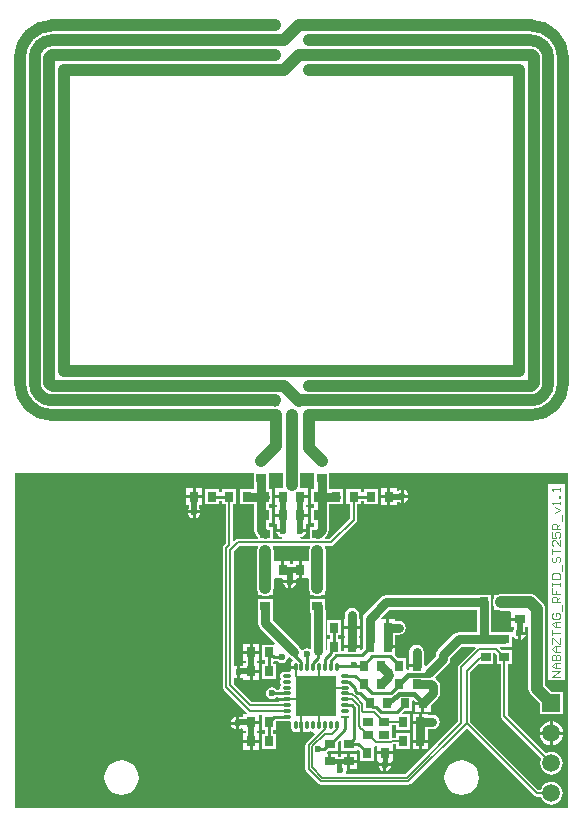
<source format=gtl>
G04*
G04 #@! TF.GenerationSoftware,Altium Limited,Altium Designer,21.3.2 (30)*
G04*
G04 Layer_Physical_Order=1*
G04 Layer_Color=255*
%FSLAX44Y44*%
%MOMM*%
G71*
G04*
G04 #@! TF.SameCoordinates,C0BB7E1C-5EEE-4355-A842-C900462BBBA7*
G04*
G04*
G04 #@! TF.FilePolarity,Positive*
G04*
G01*
G75*
%ADD10R,3.4500X3.4500*%
%ADD11O,0.2800X0.8000*%
%ADD12O,0.8000X0.2800*%
%ADD13R,0.8000X0.2800*%
%ADD14R,0.9000X0.8000*%
%ADD15R,0.8000X0.9000*%
%ADD16R,1.0000X1.0000*%
%ADD34C,1.0000*%
%ADD35C,0.5000*%
%ADD36C,0.1500*%
%ADD37C,0.2800*%
%ADD38C,0.8000*%
%ADD39C,0.2500*%
%ADD40C,0.2000*%
%ADD41C,0.4000*%
%ADD42C,0.7620*%
%ADD43C,0.1000*%
%ADD44C,1.5000*%
%ADD45R,1.5000X1.5000*%
%ADD46C,1.0000*%
%ADD47C,0.6600*%
%ADD48C,0.6000*%
G36*
X258900Y279500D02*
X259282D01*
Y276500D01*
X256400D01*
Y263500D01*
X259282D01*
Y260500D01*
X256400D01*
Y247500D01*
X259282D01*
Y244500D01*
X255400D01*
Y234359D01*
X247620D01*
X247495Y235629D01*
X249088Y235946D01*
X250920Y237170D01*
X252144Y239002D01*
X252322Y239894D01*
X246926D01*
Y242434D01*
X252322D01*
X252144Y243326D01*
X251988Y243560D01*
Y246960D01*
X253940D01*
Y252730D01*
X247400D01*
Y255270D01*
X253940D01*
Y261040D01*
X251988D01*
Y262960D01*
X253940D01*
Y268730D01*
X247400D01*
Y271270D01*
X253940D01*
Y277040D01*
X248009D01*
X247104Y278310D01*
X247260Y279500D01*
X247060Y281019D01*
Y290000D01*
X258900D01*
Y279500D01*
D02*
G37*
G36*
X232939Y279700D02*
X233123Y278310D01*
X232306Y277040D01*
X225760D01*
Y271270D01*
X232300D01*
Y268730D01*
X225760D01*
Y262960D01*
X227712D01*
Y261040D01*
X225760D01*
Y255270D01*
X232300D01*
Y252730D01*
X225760D01*
Y246960D01*
X227712D01*
Y243996D01*
X227271Y243337D01*
X227094Y242445D01*
X232490D01*
Y239905D01*
X227094D01*
X227271Y239013D01*
X228496Y237181D01*
X230328Y235956D01*
X231975Y235629D01*
X231850Y234359D01*
X224300D01*
Y244500D01*
X220518D01*
Y247500D01*
X223300D01*
Y260500D01*
X220518D01*
Y263500D01*
X223300D01*
Y269409D01*
X223417Y270000D01*
X223300Y270591D01*
Y276500D01*
X220518D01*
Y279500D01*
X220900D01*
Y290000D01*
X232939D01*
Y279700D01*
D02*
G37*
G36*
X473941Y6059D02*
X6059D01*
X6059Y290000D01*
X207900D01*
Y279500D01*
X208282D01*
Y276500D01*
X196300D01*
Y270591D01*
X196182Y270000D01*
X196300Y269409D01*
Y263500D01*
X208282D01*
Y241400D01*
X208748Y239059D01*
X210074Y237074D01*
X211300Y235848D01*
Y234359D01*
X194400D01*
X193230Y234126D01*
X192237Y233463D01*
X192237Y233463D01*
X191532Y232758D01*
X190359Y233244D01*
Y263500D01*
X193300D01*
Y276500D01*
X181300D01*
Y273466D01*
X178400D01*
Y276500D01*
X166400D01*
Y263500D01*
X178400D01*
Y266533D01*
X181300D01*
Y263500D01*
X184241D01*
Y230417D01*
X182417Y228593D01*
X181754Y227600D01*
X181521Y226430D01*
X181521Y226430D01*
Y108770D01*
X181521Y108770D01*
X181754Y107600D01*
X182417Y106607D01*
X201915Y87110D01*
X201388Y85840D01*
X199160D01*
Y83388D01*
X196528D01*
X196467Y83429D01*
X195575Y83606D01*
Y78211D01*
Y72815D01*
X196467Y72992D01*
X197890Y73943D01*
X199160Y73398D01*
Y71760D01*
X201112D01*
Y69840D01*
X199160D01*
Y64070D01*
X205700D01*
X212240D01*
Y69840D01*
X210288D01*
Y71760D01*
X212240D01*
Y77530D01*
X205700D01*
Y80070D01*
X212240D01*
Y85241D01*
X214700D01*
Y72300D01*
X217233D01*
Y69300D01*
X214700D01*
Y56300D01*
X226700D01*
Y69300D01*
X224167D01*
Y72300D01*
X226700D01*
Y79833D01*
X238724D01*
X239306Y79481D01*
X239481Y79306D01*
X239833Y78724D01*
Y73700D01*
X240097Y72373D01*
X240849Y71249D01*
X241973Y70497D01*
X243300Y70233D01*
X244627Y70497D01*
X245370Y70994D01*
X245459Y70859D01*
X246763Y69989D01*
X247030Y69935D01*
Y76300D01*
X249570D01*
Y69935D01*
X249837Y69989D01*
X251141Y70859D01*
X251230Y70994D01*
X251973Y70497D01*
X253300Y70233D01*
X254627Y70497D01*
X255751Y71249D01*
X255849D01*
X256973Y70497D01*
X258300Y70233D01*
X259681Y69213D01*
X259718Y68921D01*
X252467Y61671D01*
X251860Y60761D01*
X251646Y59688D01*
Y39350D01*
X251860Y38277D01*
X252467Y37367D01*
X262855Y26980D01*
X263764Y26372D01*
X264837Y26159D01*
X338720D01*
X339793Y26372D01*
X340703Y26980D01*
X388100Y74377D01*
X445659Y16817D01*
X446569Y16210D01*
X447642Y15996D01*
X450879D01*
X451702Y14009D01*
X453224Y12025D01*
X455209Y10502D01*
X457520Y9545D01*
X460000Y9218D01*
X462480Y9545D01*
X464791Y10502D01*
X466775Y12025D01*
X468298Y14009D01*
X469255Y16320D01*
X469582Y18800D01*
X469255Y21280D01*
X468298Y23591D01*
X466775Y25575D01*
X464791Y27098D01*
X462480Y28055D01*
X460000Y28382D01*
X457520Y28055D01*
X455209Y27098D01*
X453224Y25575D01*
X451702Y23591D01*
X450879Y21604D01*
X448803D01*
X390904Y79503D01*
Y120739D01*
X398165Y128000D01*
X410700D01*
Y137579D01*
X411970Y137765D01*
X413700Y136035D01*
Y128000D01*
X417396D01*
Y84000D01*
X417610Y82927D01*
X418217Y82017D01*
X451568Y48667D01*
X450745Y46680D01*
X450418Y44200D01*
X450745Y41720D01*
X451702Y39409D01*
X453224Y37424D01*
X455209Y35902D01*
X457520Y34945D01*
X460000Y34618D01*
X462480Y34945D01*
X464791Y35902D01*
X466775Y37424D01*
X468298Y39409D01*
X469255Y41720D01*
X469582Y44200D01*
X469255Y46680D01*
X468298Y48991D01*
X466775Y50975D01*
X464791Y52498D01*
X462480Y53455D01*
X460000Y53782D01*
X457520Y53455D01*
X455533Y52632D01*
X423004Y85161D01*
Y128000D01*
X426700D01*
Y140000D01*
X417665D01*
X416053Y141613D01*
X416579Y142882D01*
X420200D01*
X420791Y143000D01*
X426700D01*
Y151022D01*
X427970Y151407D01*
X428706Y150306D01*
X430538Y149081D01*
X431430Y148904D01*
Y154300D01*
X432700D01*
Y155570D01*
X438096D01*
X437919Y156462D01*
X437788Y156657D01*
Y159360D01*
X440240D01*
X440540Y158214D01*
Y107400D01*
X440780Y105573D01*
X441485Y103870D01*
X442607Y102408D01*
X450500Y94515D01*
Y85500D01*
X469500D01*
Y104500D01*
X460485D01*
X454660Y110324D01*
Y174542D01*
X454420Y176369D01*
X453714Y178072D01*
X452592Y179535D01*
X446735Y185392D01*
X445272Y186514D01*
X443569Y187220D01*
X441742Y187460D01*
X417700D01*
X415873Y187220D01*
X415101Y186900D01*
X411700D01*
Y184079D01*
X411586Y183930D01*
X410880Y182227D01*
X410640Y180400D01*
X410880Y178573D01*
X411586Y176870D01*
X411700Y176721D01*
Y173900D01*
X415101D01*
X415873Y173580D01*
X417700Y173340D01*
X425266D01*
X426160Y172440D01*
Y167170D01*
X433200D01*
Y164630D01*
X426160D01*
Y159360D01*
X428306D01*
X428569Y158090D01*
X427481Y156462D01*
X427387Y155985D01*
X426700Y155000D01*
X425896Y155000D01*
X420791D01*
X420200Y155118D01*
X408817D01*
Y180400D01*
X408700Y180991D01*
Y186900D01*
X396700D01*
Y186518D01*
X319900D01*
X317559Y186052D01*
X315574Y184726D01*
X301874Y171026D01*
X300548Y169041D01*
X300082Y166700D01*
Y158900D01*
Y147400D01*
X300200Y146809D01*
Y141302D01*
X299010Y140112D01*
X297740Y140639D01*
Y141630D01*
X291200D01*
X284660D01*
Y138967D01*
X282200D01*
Y149400D01*
X279667D01*
Y152400D01*
X282200D01*
Y165400D01*
X270200D01*
Y152400D01*
X272733D01*
Y149400D01*
X270200D01*
Y140635D01*
X270133Y140300D01*
Y139799D01*
X269988Y139700D01*
X268717Y140373D01*
Y173957D01*
X268517Y174963D01*
Y177500D01*
X268400Y178091D01*
Y183500D01*
X262991D01*
X262400Y183617D01*
X261900D01*
X261309Y183500D01*
X255400D01*
Y171500D01*
X256483D01*
Y141567D01*
X255362Y140969D01*
X255151Y141110D01*
X253200Y141498D01*
X251249Y141110D01*
X249595Y140005D01*
X249394Y139703D01*
X248045Y139971D01*
X247952Y140441D01*
X246626Y142426D01*
X223918Y165134D01*
Y171500D01*
X224300D01*
Y183500D01*
X218391D01*
X217800Y183617D01*
X217209Y183500D01*
X211300D01*
Y171500D01*
X211682D01*
Y162600D01*
X212148Y160259D01*
X213474Y158274D01*
X225979Y145770D01*
X225452Y144500D01*
X214800D01*
Y131500D01*
X217333D01*
Y128500D01*
X214800D01*
Y115500D01*
X226800D01*
Y128500D01*
X224267D01*
Y129732D01*
X225000Y130333D01*
X228337D01*
X229749Y129390D01*
X231700Y129002D01*
X233651Y129390D01*
X235305Y130495D01*
X236410Y132149D01*
X236641Y133311D01*
X237974Y133774D01*
X239959Y132448D01*
X240552Y132330D01*
X240758Y132012D01*
X240645Y130864D01*
X240459Y130741D01*
X239589Y129437D01*
X239283Y127900D01*
Y126570D01*
X243300D01*
Y124030D01*
X239283D01*
Y122985D01*
X239161Y122598D01*
X238174Y121767D01*
X233700D01*
X232373Y121503D01*
X231249Y120751D01*
X230497Y119627D01*
X230233Y118300D01*
X230497Y116973D01*
X231249Y115849D01*
Y115751D01*
X230497Y114627D01*
X230233Y113300D01*
X230497Y111973D01*
X231249Y110849D01*
Y110751D01*
X230497Y109627D01*
X230233Y108300D01*
X230316Y107884D01*
X229326Y106614D01*
X227200D01*
X226805Y107205D01*
X225151Y108310D01*
X223200Y108698D01*
X221249Y108310D01*
X219595Y107205D01*
X218490Y105551D01*
X218102Y103600D01*
X218490Y101649D01*
X219595Y99995D01*
X221249Y98890D01*
X223200Y98502D01*
X225151Y98890D01*
X226791Y99986D01*
X228723D01*
X229065Y99570D01*
X236300D01*
Y97030D01*
X229359D01*
X228847Y96359D01*
X206267D01*
X191139Y111487D01*
Y116026D01*
X192409Y116705D01*
X192997Y116312D01*
X193889Y116134D01*
Y121530D01*
Y126926D01*
X192997Y126749D01*
X192409Y126356D01*
X191139Y127035D01*
Y223713D01*
X195667Y228241D01*
X211300D01*
Y226099D01*
X210980Y225327D01*
X210739Y223500D01*
X210740Y223499D01*
Y192500D01*
X210980Y190673D01*
X211300Y189900D01*
Y186500D01*
X214121D01*
X214270Y186385D01*
X215973Y185680D01*
X217800Y185440D01*
X219627Y185680D01*
X221330Y186385D01*
X221479Y186500D01*
X224300D01*
Y189900D01*
X224620Y190673D01*
X224860Y192500D01*
Y200066D01*
X225760Y200960D01*
X226130Y200960D01*
X232279D01*
X233080Y199690D01*
X233004Y199307D01*
X243796D01*
X243720Y199690D01*
X244521Y200960D01*
X246130D01*
Y208000D01*
Y215040D01*
X240860D01*
Y212588D01*
X238840D01*
Y215040D01*
X233570D01*
Y208000D01*
X231030D01*
Y215040D01*
X226130D01*
X225760Y215040D01*
X224860Y215934D01*
Y223500D01*
X224620Y225327D01*
X224300Y226099D01*
Y228241D01*
X255400D01*
Y226099D01*
X255080Y225327D01*
X254839Y223500D01*
Y215934D01*
X253940Y215040D01*
X253570Y215040D01*
X248670D01*
Y208000D01*
Y200960D01*
X253570D01*
X253940Y200960D01*
X254839Y200066D01*
Y192500D01*
X255080Y190673D01*
X255400Y189900D01*
Y186500D01*
X258221D01*
X258370Y186385D01*
X260073Y185680D01*
X261900Y185440D01*
X263727Y185680D01*
X265430Y186385D01*
X265579Y186500D01*
X268400D01*
Y189900D01*
X268720Y190673D01*
X268960Y192500D01*
Y223500D01*
X268720Y225327D01*
X268400Y226099D01*
Y228241D01*
X273400D01*
X273400Y228241D01*
X274571Y228474D01*
X275563Y229137D01*
X294563Y248137D01*
X294563Y248137D01*
X295226Y249129D01*
X295459Y250300D01*
X295459Y250300D01*
Y263500D01*
X298400D01*
Y266533D01*
X301300D01*
Y263500D01*
X313300D01*
Y276500D01*
X301300D01*
Y273466D01*
X298400D01*
Y276500D01*
X286400D01*
Y263500D01*
X289341D01*
Y251567D01*
X272133Y234359D01*
X268400D01*
Y235848D01*
X269726Y237174D01*
X271052Y239159D01*
X271518Y241500D01*
Y263500D01*
X283400D01*
Y269409D01*
X283517Y270000D01*
X283400Y270591D01*
Y276500D01*
X271518D01*
Y279500D01*
X271900D01*
Y290000D01*
X473941D01*
X473941Y6059D01*
D02*
G37*
G36*
X396582Y155118D02*
X381300D01*
X378959Y154652D01*
X376974Y153326D01*
X363794Y140145D01*
X362468Y138161D01*
X362002Y135820D01*
Y134853D01*
X353613Y126465D01*
X352440Y126951D01*
Y133940D01*
X352018D01*
Y138500D01*
X351552Y140841D01*
X350226Y142826D01*
X350126Y142926D01*
X348141Y144252D01*
X345800Y144718D01*
X343459Y144252D01*
X341474Y142926D01*
X340148Y140941D01*
X339683Y138600D01*
X339782Y138097D01*
Y133940D01*
X339360D01*
Y128170D01*
X345900D01*
Y125630D01*
X339360D01*
Y123748D01*
X338400Y122978D01*
X338170Y122933D01*
X336900Y123975D01*
Y133400D01*
X329803D01*
X328348Y134854D01*
X327740Y135860D01*
X327740D01*
X327740Y135860D01*
Y141630D01*
X321200D01*
Y144170D01*
X327740D01*
Y149940D01*
X327318D01*
Y151860D01*
X327740D01*
Y152782D01*
X330500D01*
X332841Y153248D01*
X334826Y154574D01*
X336152Y156559D01*
X336618Y158900D01*
X336152Y161241D01*
X334826Y163226D01*
X332841Y164552D01*
X330500Y165018D01*
X327740D01*
Y165940D01*
X322470D01*
Y158900D01*
X319930D01*
Y165940D01*
X315888D01*
X315361Y167210D01*
X322434Y174282D01*
X396582D01*
Y155118D01*
D02*
G37*
G36*
X395793Y141613D02*
X381717Y127536D01*
X381110Y126627D01*
X380896Y125554D01*
Y79346D01*
X336316Y34766D01*
X286682D01*
X286162Y35740D01*
X286138Y36036D01*
X286549Y38100D01*
X286513Y38278D01*
X287230Y39152D01*
Y45800D01*
X288500D01*
D01*
X287230D01*
Y52340D01*
X281460D01*
Y49878D01*
X279540D01*
Y52340D01*
X273770D01*
Y45800D01*
X271230D01*
Y52340D01*
X270178D01*
X269830Y52955D01*
X269713Y53610D01*
X270903Y54800D01*
X279000D01*
Y61898D01*
X280827Y63724D01*
X282000Y63238D01*
Y54800D01*
X295000D01*
Y55701D01*
X296270Y56227D01*
X298000Y54497D01*
Y46400D01*
X310000D01*
Y58300D01*
X311190Y59296D01*
X312460Y59128D01*
Y54170D01*
X319000D01*
X325540D01*
Y59917D01*
X325915Y60167D01*
X325943Y60196D01*
X328000D01*
Y56500D01*
X340000D01*
Y69500D01*
X328000D01*
Y65804D01*
X325000D01*
Y76196D01*
X328000D01*
Y72500D01*
X340000D01*
Y85500D01*
X333762D01*
X333276Y86673D01*
X335003Y88400D01*
X342100D01*
Y96973D01*
X343273Y97459D01*
X344560Y96172D01*
Y96170D01*
X351100D01*
Y94900D01*
X352370D01*
Y87860D01*
X357640D01*
Y93288D01*
X363926Y99574D01*
X365252Y101559D01*
X365718Y103900D01*
Y109500D01*
X365252Y111841D01*
X363926Y113826D01*
X362526Y115226D01*
X361895Y115647D01*
X361734Y117282D01*
X372445Y127994D01*
X373771Y129979D01*
X374237Y132319D01*
Y133286D01*
X383834Y142882D01*
X395267D01*
X395793Y141613D01*
D02*
G37*
%LPC*%
G36*
X334797Y275721D02*
Y271595D01*
X338923D01*
X338745Y272486D01*
X337521Y274319D01*
X335688Y275543D01*
X334797Y275721D01*
D02*
G37*
G36*
X163940Y277040D02*
X158670D01*
Y271270D01*
X163940D01*
Y277040D01*
D02*
G37*
G36*
X156130D02*
X150860D01*
Y271270D01*
X156130D01*
Y277040D01*
D02*
G37*
G36*
X321030D02*
X315760D01*
Y271270D01*
X321030D01*
Y277040D01*
D02*
G37*
G36*
X338923Y269055D02*
X334797D01*
Y264929D01*
X335688Y265106D01*
X337521Y266331D01*
X338745Y268163D01*
X338923Y269055D01*
D02*
G37*
G36*
X328840Y277040D02*
X323570D01*
Y270000D01*
Y262960D01*
X328840D01*
Y265412D01*
X330908D01*
X331365Y265106D01*
X332257Y264929D01*
Y270325D01*
Y275721D01*
X331365Y275543D01*
X330110Y274705D01*
X328840Y275060D01*
Y277040D01*
D02*
G37*
G36*
X321030Y268730D02*
X315760D01*
Y262960D01*
X321030D01*
Y268730D01*
D02*
G37*
G36*
X163940Y268730D02*
X157400D01*
X150860D01*
Y262960D01*
X152812D01*
Y260368D01*
X152158Y259389D01*
X151981Y258498D01*
X162773D01*
X162595Y259389D01*
X161988Y260298D01*
Y262960D01*
X163940D01*
Y268730D01*
D02*
G37*
G36*
X162773Y255958D02*
X158647D01*
Y251832D01*
X159538Y252009D01*
X161371Y253234D01*
X162595Y255066D01*
X162773Y255958D01*
D02*
G37*
G36*
X156107D02*
X151981D01*
X152158Y255066D01*
X153383Y253234D01*
X155215Y252009D01*
X156107Y251832D01*
Y255958D01*
D02*
G37*
G36*
X243796Y196767D02*
X239670D01*
Y192641D01*
X240562Y192819D01*
X242394Y194043D01*
X243619Y195876D01*
X243796Y196767D01*
D02*
G37*
G36*
X237130D02*
X233004D01*
X233181Y195876D01*
X234406Y194043D01*
X236238Y192819D01*
X237130Y192641D01*
Y196767D01*
D02*
G37*
G36*
X291200Y175718D02*
X288859Y175252D01*
X286874Y173926D01*
X285548Y171941D01*
X285082Y169600D01*
Y165940D01*
X284660D01*
Y160170D01*
X291200D01*
X297740D01*
Y165940D01*
X297318D01*
Y169600D01*
X296852Y171941D01*
X295526Y173926D01*
X293541Y175252D01*
X291200Y175718D01*
D02*
G37*
G36*
X438096Y153030D02*
X433970D01*
Y148904D01*
X434862Y149081D01*
X436694Y150306D01*
X437919Y152138D01*
X438096Y153030D01*
D02*
G37*
G36*
X297740Y157630D02*
X291200D01*
X284660D01*
Y151860D01*
X285082D01*
Y149940D01*
X284660D01*
Y144170D01*
X291200D01*
X297740D01*
Y149940D01*
X297318D01*
Y151860D01*
X297740D01*
Y157630D01*
D02*
G37*
G36*
X212340Y145040D02*
X207070D01*
Y139270D01*
X212340D01*
Y145040D01*
D02*
G37*
G36*
X204530D02*
X199260D01*
Y139270D01*
X204530D01*
Y145040D01*
D02*
G37*
G36*
X212340Y136730D02*
X205800D01*
X199260D01*
Y130960D01*
X201212D01*
Y129040D01*
X199260D01*
Y126588D01*
X197561D01*
X197320Y126749D01*
X196429Y126926D01*
Y121530D01*
Y116134D01*
X197320Y116312D01*
X197990Y116759D01*
X199260Y116080D01*
Y114960D01*
X204530D01*
Y122000D01*
X205800D01*
Y123270D01*
X212340D01*
Y129040D01*
X210388D01*
Y130960D01*
X212340D01*
Y136730D01*
D02*
G37*
G36*
Y120730D02*
X207070D01*
Y114960D01*
X212340D01*
Y120730D01*
D02*
G37*
G36*
X471566Y280282D02*
X457402D01*
Y114500D01*
X471566D01*
Y280282D01*
D02*
G37*
G36*
X193035Y83606D02*
X192143Y83429D01*
X190311Y82205D01*
X189086Y80372D01*
X188909Y79481D01*
X193035D01*
Y83606D01*
D02*
G37*
G36*
Y76940D02*
X188909D01*
X189086Y76049D01*
X190311Y74216D01*
X192143Y72992D01*
X193035Y72815D01*
Y76940D01*
D02*
G37*
G36*
X461270Y79559D02*
Y70870D01*
X469959D01*
X469782Y72221D01*
X468770Y74663D01*
X467161Y76761D01*
X465063Y78370D01*
X462621Y79382D01*
X461270Y79559D01*
D02*
G37*
G36*
X458730D02*
X457379Y79382D01*
X454937Y78370D01*
X452839Y76761D01*
X451230Y74663D01*
X450218Y72221D01*
X450041Y70870D01*
X458730D01*
Y79559D01*
D02*
G37*
G36*
X469959Y68330D02*
X461270D01*
Y59641D01*
X462621Y59818D01*
X465063Y60830D01*
X467161Y62439D01*
X468770Y64537D01*
X469782Y66979D01*
X469959Y68330D01*
D02*
G37*
G36*
X458730D02*
X450041D01*
X450218Y66979D01*
X451230Y64537D01*
X452839Y62439D01*
X454937Y60830D01*
X457379Y59818D01*
X458730Y59641D01*
Y68330D01*
D02*
G37*
G36*
X212240Y61530D02*
X206970D01*
Y55760D01*
X212240D01*
Y61530D01*
D02*
G37*
G36*
X204430D02*
X199160D01*
Y55760D01*
X204430D01*
Y61530D01*
D02*
G37*
G36*
X384000Y46625D02*
X380215Y46127D01*
X376687Y44666D01*
X373658Y42341D01*
X371334Y39313D01*
X369873Y35785D01*
X369375Y32000D01*
X369873Y28215D01*
X371334Y24688D01*
X373658Y21658D01*
X376687Y19334D01*
X380215Y17873D01*
X384000Y17375D01*
X387785Y17873D01*
X391313Y19334D01*
X394342Y21658D01*
X396666Y24688D01*
X398127Y28215D01*
X398625Y32000D01*
X398127Y35785D01*
X396666Y39313D01*
X394342Y42341D01*
X391313Y44666D01*
X387785Y46127D01*
X384000Y46625D01*
D02*
G37*
G36*
X96000D02*
X92215Y46127D01*
X88687Y44666D01*
X85659Y42341D01*
X83334Y39313D01*
X81873Y35785D01*
X81375Y32000D01*
X81873Y28215D01*
X83334Y24688D01*
X85659Y21658D01*
X88687Y19334D01*
X92215Y17873D01*
X96000Y17375D01*
X99785Y17873D01*
X103313Y19334D01*
X106341Y21658D01*
X108666Y24688D01*
X110127Y28215D01*
X110625Y32000D01*
X110127Y35785D01*
X108666Y39313D01*
X106341Y42341D01*
X103313Y44666D01*
X99785Y46127D01*
X96000Y46625D01*
D02*
G37*
G36*
X349830Y93630D02*
X344560D01*
Y87860D01*
X349830D01*
Y93630D01*
D02*
G37*
G36*
X347730Y86040D02*
X342460D01*
Y80270D01*
X347730D01*
Y86040D01*
D02*
G37*
G36*
X355540D02*
X350270D01*
Y79000D01*
X349000D01*
Y77730D01*
X342460D01*
Y71960D01*
X342882D01*
Y70040D01*
X342460D01*
Y64270D01*
X349000D01*
X355540D01*
Y70040D01*
X355117D01*
Y71960D01*
X355540D01*
Y72882D01*
X359200D01*
X361541Y73348D01*
X363526Y74674D01*
X364852Y76659D01*
X365317Y79000D01*
X364852Y81341D01*
X363526Y83326D01*
X361541Y84652D01*
X359200Y85118D01*
X355540D01*
Y86040D01*
D02*
G37*
G36*
Y61730D02*
X350270D01*
Y55960D01*
X355540D01*
Y61730D01*
D02*
G37*
G36*
X347730D02*
X342460D01*
Y55960D01*
X347730D01*
Y61730D01*
D02*
G37*
G36*
X295540Y52340D02*
X289770D01*
Y47070D01*
X295540D01*
Y52340D01*
D02*
G37*
G36*
X325540Y51630D02*
X319000D01*
X312460D01*
Y45860D01*
X312904D01*
X313688Y44590D01*
X313604Y44170D01*
X324396D01*
X324312Y44590D01*
X325096Y45860D01*
X325540D01*
Y51630D01*
D02*
G37*
G36*
X295540Y44530D02*
X289770D01*
Y39260D01*
X295540D01*
Y44530D01*
D02*
G37*
G36*
X324396Y41630D02*
X320270D01*
Y37504D01*
X321162Y37681D01*
X322994Y38906D01*
X324219Y40738D01*
X324396Y41630D01*
D02*
G37*
G36*
X317730D02*
X313604D01*
X313781Y40738D01*
X315006Y38906D01*
X316838Y37681D01*
X317730Y37504D01*
Y41630D01*
D02*
G37*
%LPD*%
D10*
X260800Y100800D02*
D03*
D11*
X278300Y76300D02*
D03*
X273300D02*
D03*
X268300D02*
D03*
X263300D02*
D03*
X258300D02*
D03*
X253300D02*
D03*
X248300D02*
D03*
X243300D02*
D03*
Y125300D02*
D03*
X248300D02*
D03*
X253300D02*
D03*
X258300D02*
D03*
X263300D02*
D03*
X268300D02*
D03*
X273300D02*
D03*
X278300D02*
D03*
D12*
X236300Y83300D02*
D03*
Y88300D02*
D03*
Y93300D02*
D03*
Y98300D02*
D03*
Y103300D02*
D03*
Y108300D02*
D03*
Y113300D02*
D03*
Y118300D02*
D03*
X285300D02*
D03*
Y113300D02*
D03*
Y108300D02*
D03*
Y103300D02*
D03*
Y98300D02*
D03*
Y93300D02*
D03*
Y88300D02*
D03*
D13*
Y83300D02*
D03*
D14*
X420200Y149000D02*
D03*
Y134000D02*
D03*
X304500Y79400D02*
D03*
X318500D02*
D03*
X304500Y68400D02*
D03*
X318500D02*
D03*
X214400Y300500D02*
D03*
Y285500D02*
D03*
X265400D02*
D03*
Y300500D02*
D03*
X404200Y149000D02*
D03*
Y134000D02*
D03*
X261900Y223500D02*
D03*
Y238500D02*
D03*
X217800Y223500D02*
D03*
Y238500D02*
D03*
X261900Y177500D02*
D03*
Y192500D02*
D03*
X272500Y45800D02*
D03*
Y60800D02*
D03*
X288500Y60800D02*
D03*
Y45800D02*
D03*
X217800Y192500D02*
D03*
Y177500D02*
D03*
X433200Y180900D02*
D03*
Y165900D02*
D03*
D15*
X417700Y180400D02*
D03*
X402700D02*
D03*
X220700Y78800D02*
D03*
X205700D02*
D03*
X220700Y62800D02*
D03*
X205700D02*
D03*
X172400Y270000D02*
D03*
X157400D02*
D03*
X307300D02*
D03*
X322300D02*
D03*
X277400Y270000D02*
D03*
X292400D02*
D03*
X247400Y254000D02*
D03*
X262400D02*
D03*
X247400Y270000D02*
D03*
X262400D02*
D03*
X217300Y208000D02*
D03*
X232300D02*
D03*
X217300Y254000D02*
D03*
X232300D02*
D03*
X217300Y270000D02*
D03*
X232300D02*
D03*
X187300D02*
D03*
X202300D02*
D03*
X262400Y208000D02*
D03*
X247400D02*
D03*
X220800Y122000D02*
D03*
X205800D02*
D03*
X220800Y138000D02*
D03*
X205800D02*
D03*
X276200Y158900D02*
D03*
X291200D02*
D03*
X276200Y142900D02*
D03*
X291200D02*
D03*
X306200Y158900D02*
D03*
X321200D02*
D03*
X321200Y142900D02*
D03*
X306200D02*
D03*
X304000Y52900D02*
D03*
X319000D02*
D03*
X336100Y94900D02*
D03*
X351100D02*
D03*
X306100D02*
D03*
X321100D02*
D03*
X334000Y63000D02*
D03*
X349000D02*
D03*
X330900Y110900D02*
D03*
X345900D02*
D03*
X315900D02*
D03*
X300900D02*
D03*
X330900Y126900D02*
D03*
X345900D02*
D03*
X300900D02*
D03*
X315900D02*
D03*
X349000Y79000D02*
D03*
X334000D02*
D03*
D16*
X240000Y320000D02*
D03*
X226749D02*
D03*
X254501Y319999D02*
D03*
D34*
X442359Y338817D02*
G03*
X469859Y366317I0J27500D01*
G01*
X22359D02*
G03*
X37359Y351317I15000J0D01*
G01*
Y656318D02*
G03*
X22359Y641318I0J-15000D01*
G01*
X469859D02*
G03*
X442359Y668818I-27500J0D01*
G01*
X9859Y366317D02*
G03*
X37359Y338817I27500J0D01*
G01*
Y668818D02*
G03*
X9859Y641318I0J-27500D01*
G01*
X442359Y351317D02*
G03*
X457359Y366317I0J15000D01*
G01*
X34859D02*
G03*
X37359Y363817I2500J0D01*
G01*
X457359Y641318D02*
G03*
X442359Y656318I-15000J0D01*
G01*
X37359Y643818D02*
G03*
X34859Y641318I0J-2500D01*
G01*
X442359Y363817D02*
G03*
X444859Y366317I0J2500D01*
G01*
X444859Y641318D02*
G03*
X442359Y643818I-2500J0D01*
G01*
X240000Y320000D02*
Y338899D01*
Y319900D02*
Y320000D01*
X226749D02*
Y338809D01*
Y319900D02*
Y320000D01*
X469859Y366317D02*
Y641318D01*
X22359Y366317D02*
Y641318D01*
X37359Y656318D02*
X233769D01*
X246269Y668818D02*
X442359D01*
X233769Y656407D02*
X246179Y668818D01*
X246269D01*
X37359Y351317D02*
X225539D01*
X254520Y338817D02*
X442359D01*
X9859Y366317D02*
Y641318D01*
X37359Y668818D02*
X225519D01*
X37359Y338817D02*
X226768D01*
X457359Y366317D02*
Y641318D01*
X246224Y351317D02*
X442359D01*
X254429Y656497D02*
X442179D01*
X37359Y643727D02*
X225564D01*
X233724Y363613D02*
X233814D01*
X246224Y351203D01*
X34859Y366317D02*
Y641318D01*
X37564Y363613D02*
X233724D01*
X432359Y376317D02*
Y631317D01*
X47359Y376317D02*
X432359D01*
X47359D02*
Y631317D01*
X47449Y631408D02*
X233814D01*
X254474Y631317D02*
X432359D01*
X246224Y643818D02*
X443519D01*
X444859Y642477D01*
X246224Y643613D02*
X246314D01*
X233814Y631203D02*
X246224Y643613D01*
X444859Y366317D02*
Y642477D01*
X254589Y363817D02*
X442359D01*
X254501Y319899D02*
Y338809D01*
X441742Y180400D02*
X447600Y174542D01*
X417700Y180400D02*
X441742D01*
X447600Y107400D02*
Y174542D01*
Y107400D02*
X460000Y95000D01*
X217800Y223500D02*
X217800Y223500D01*
Y192500D02*
Y223500D01*
X254501Y311399D02*
X265400Y300500D01*
X254501Y311399D02*
Y319999D01*
X240000Y319900D02*
Y320000D01*
Y279700D02*
Y319900D01*
Y279700D02*
X240200Y279500D01*
X226749Y319900D02*
Y320000D01*
Y312849D02*
Y319900D01*
X214400Y300500D02*
X226749Y312849D01*
X261900Y192500D02*
Y223500D01*
D35*
X433200Y155071D02*
Y165900D01*
X432700Y154300D02*
Y154571D01*
X433200Y155071D01*
X238400Y198037D02*
Y208000D01*
X232300D02*
X238400D01*
X195429Y121530D02*
X195899Y122000D01*
X205800D01*
X195159Y121530D02*
X195429D01*
X194305Y78211D02*
X194576D01*
X195165Y78800D02*
X205700D01*
X194576Y78211D02*
X195165Y78800D01*
X205700Y62800D02*
Y78800D01*
X205800Y122000D02*
Y138000D01*
X157377Y257228D02*
X157400Y257251D01*
Y270000D01*
X238400Y208000D02*
X247400D01*
X322300Y270000D02*
X333202D01*
X247400Y254000D02*
Y270000D01*
Y241638D02*
Y254000D01*
X333202Y270000D02*
X333527Y270325D01*
X232300Y241200D02*
Y270000D01*
X246926Y241164D02*
X247400Y241638D01*
X232415Y241100D02*
X232490Y241175D01*
X232400Y241100D02*
X232415D01*
X232300Y241200D02*
X232400Y241100D01*
X240200Y279500D02*
X240500Y279800D01*
D36*
X420200Y84000D02*
Y134000D01*
X413000Y140700D02*
X419700Y134000D01*
X398846Y140700D02*
X413000D01*
X420200Y84000D02*
X460000Y44200D01*
X388100Y78342D02*
X447642Y18800D01*
X460000D01*
X248300Y76300D02*
Y88300D01*
X248800Y88800D01*
X260800D02*
X263300Y86300D01*
Y76300D02*
Y86300D01*
Y103300D02*
Y125300D01*
Y103300D02*
X268300Y108300D01*
X260800Y100800D02*
X263300Y103300D01*
X268300Y108300D02*
X285300D01*
X248800Y112800D02*
X260800Y100800D01*
X243300Y118300D02*
X248800Y112800D01*
X243300Y118300D02*
Y125300D01*
X246300Y98300D02*
X248800Y100800D01*
X236300Y98300D02*
X246300D01*
X257450Y58446D02*
X268104Y69100D01*
X257450Y40593D02*
X266080Y31962D01*
X254450Y59688D02*
X268300Y73538D01*
X254450Y39350D02*
X264837Y28963D01*
X257450Y40593D02*
Y58446D01*
X254450Y39350D02*
Y59688D01*
X383700Y125554D02*
X398846Y140700D01*
X419700Y134000D02*
X420200D01*
X264837Y28963D02*
X338720D01*
X266080Y31962D02*
X337478D01*
X338720Y28963D02*
X388100Y78342D01*
X337478Y31962D02*
X383700Y78185D01*
X388100Y78342D02*
Y121900D01*
X383700Y78185D02*
Y125554D01*
X403800Y133100D02*
X404700Y134000D01*
X399300Y133100D02*
X403800D01*
X388100Y121900D02*
X399300Y133100D01*
X268300Y73538D02*
Y76300D01*
X268104Y69100D02*
X273862D01*
X278300Y73538D01*
Y76300D01*
X318500Y79400D02*
X318900Y79000D01*
X334000D01*
X323932Y62150D02*
X324782Y63000D01*
X311250Y62150D02*
X323932D01*
X305000Y68400D02*
X311250Y62150D01*
X304500Y68400D02*
X305000D01*
X324782Y63000D02*
X334000D01*
X296850Y75368D02*
X299068Y73150D01*
X296850Y75368D02*
Y92961D01*
X292961Y96850D02*
X296850Y92961D01*
X294203Y99850D02*
X299850Y94203D01*
X299850Y88397D02*
X300729Y87518D01*
X309882D01*
X299850Y93755D02*
Y94203D01*
X299850Y88397D02*
Y93755D01*
X299850Y93755D02*
X299850Y93755D01*
X290986Y103051D02*
X294187Y99850D01*
X292944Y96850D02*
X292961D01*
X285300Y98300D02*
X291494D01*
X285300Y103300D02*
X285549Y103051D01*
X294187Y99850D02*
X294203D01*
X285549Y103051D02*
X290986D01*
X291494Y98300D02*
X292944Y96850D01*
X304000Y68400D02*
X304500D01*
X299250Y73150D02*
X304000Y68400D01*
X299068Y73150D02*
X299250D01*
X318000Y79400D02*
X318500D01*
X309882Y87518D02*
X318000Y79400D01*
D37*
X262700Y55900D02*
X267100D01*
X272000Y60800D01*
X272500D01*
X293700Y126900D02*
X300900D01*
X278300D02*
X292700D01*
Y127000D02*
X293700D01*
X277900Y135500D02*
X299300D01*
X273300Y125300D02*
Y130900D01*
X299300Y135500D02*
X306200Y142400D01*
X278300Y125300D02*
Y126900D01*
X273300Y130900D02*
X277900Y135500D01*
X300900Y126900D02*
Y127400D01*
X262600Y133500D02*
Y139200D01*
X330900Y110400D02*
Y110900D01*
X293420Y271020D02*
X294440Y270000D01*
X307800Y103500D02*
X324000D01*
X300900Y110400D02*
X307800Y103500D01*
X315899Y87500D02*
X329200D01*
X311599Y91800D02*
X315899Y87500D01*
X329200D02*
X334000Y92300D01*
X304500Y95900D02*
X308600Y91800D01*
X334000Y92300D02*
Y94900D01*
X308600Y91800D02*
X311599D01*
X300900Y110400D02*
Y111400D01*
X324000Y103500D02*
X330900Y110400D01*
X306200Y142900D02*
Y147400D01*
X220800Y122000D02*
Y137500D01*
X231400Y133800D02*
X231700Y134100D01*
X225000Y133800D02*
X231400D01*
X220800Y137500D02*
X223400Y134900D01*
X223900D01*
X225000Y133800D01*
X220800Y137500D02*
Y138000D01*
X268300Y132100D02*
X273600Y137400D01*
Y140300D01*
X276200Y142900D01*
X268300Y125300D02*
Y132100D01*
X276200Y142900D02*
Y158900D01*
X258300Y129200D02*
X262600Y133500D01*
X242300Y135500D02*
X248300Y129500D01*
X242300Y135500D02*
Y138100D01*
X248300Y125300D02*
Y129500D01*
X258300Y125300D02*
Y129200D01*
X253200Y136400D02*
X253300Y136300D01*
Y125300D02*
Y136300D01*
X220700Y62800D02*
Y78800D01*
Y79300D02*
X224700Y83300D01*
X236300D01*
X220700Y78800D02*
Y79300D01*
X306200Y142900D02*
X306200Y142900D01*
X289000Y60800D02*
X296600D01*
X288500D02*
X289000D01*
X296600D02*
X304000Y53400D01*
Y52900D02*
Y53400D01*
X285300Y73100D02*
Y83300D01*
X273000Y60800D02*
X285300Y73100D01*
X272500Y60800D02*
X273000D01*
X289000Y60800D02*
X291600Y63400D01*
Y63900D01*
X293200Y65500D01*
Y91000D01*
X290900Y93300D02*
X293200Y91000D01*
X285300Y93300D02*
X290900D01*
X295699Y103500D02*
X298000D01*
X294000Y105199D02*
X295699Y103500D01*
X294000Y105199D02*
Y108281D01*
X298000Y103500D02*
X304500Y97000D01*
Y95900D02*
Y97000D01*
X285300Y113300D02*
X288981D01*
X294000Y108281D01*
X330900Y110900D02*
Y111400D01*
X300900Y110900D02*
Y111400D01*
X323700Y134600D02*
X330900Y127400D01*
Y126900D02*
Y127400D01*
X308100Y134600D02*
X323700D01*
X300900Y127400D02*
X308100Y134600D01*
X285300Y118300D02*
X294000D01*
X300900Y111400D01*
X306200Y142400D02*
Y142900D01*
X172400Y270000D02*
X187300D01*
X294440Y270000D02*
X307300D01*
Y269500D02*
Y270000D01*
D38*
X291200Y158900D02*
Y169600D01*
Y142900D02*
Y158900D01*
X262600Y139200D02*
Y173957D01*
X262400Y174157D02*
X262600Y173957D01*
X262400Y174157D02*
Y177500D01*
X261900D02*
X262400D01*
X356550Y120750D02*
X368120Y132319D01*
X349000Y79000D02*
X359200D01*
X349000Y63000D02*
Y79000D01*
X359600Y103900D02*
Y109500D01*
X351100Y95400D02*
X359600Y103900D01*
X358200Y110900D02*
X359600Y109500D01*
X368120Y132319D02*
Y135820D01*
X345900Y110900D02*
X358200D01*
X315900D02*
Y111400D01*
X321400Y116900D01*
Y117678D01*
X322300Y118578D01*
Y118800D01*
X315900Y126400D02*
Y126900D01*
Y126400D02*
X320900Y121400D01*
X321400Y119700D02*
Y121400D01*
Y119700D02*
X322300Y118800D01*
X320900Y121400D02*
X321400D01*
X345800Y138600D02*
X345900Y138500D01*
Y126900D02*
Y138500D01*
X321200Y158900D02*
X330500D01*
X321200Y158400D02*
Y158900D01*
X321200Y142900D02*
Y158400D01*
X321200Y158400D01*
X403700Y149000D02*
X404200D01*
X381300D02*
X403700D01*
X368120Y135820D02*
X381300Y149000D01*
X306200Y147400D02*
Y158900D01*
Y166700D01*
X319900Y180400D01*
X402700D01*
X404200Y149000D02*
X420200D01*
X402700Y150000D02*
X403700Y149000D01*
X402700Y150000D02*
Y180400D01*
X217800Y162600D02*
Y177500D01*
Y162600D02*
X242300Y138100D01*
X265400Y270000D02*
Y285500D01*
Y241500D02*
Y270000D01*
X277400D01*
X262400Y238500D02*
X265400Y241500D01*
X261900Y238500D02*
X262400D01*
X214400Y270000D02*
Y285500D01*
Y241400D02*
Y270000D01*
X217300D01*
X202300D02*
X214400D01*
Y241400D02*
X217300Y238500D01*
X217800D01*
X214400Y300500D02*
X214498D01*
D39*
X223200Y103600D02*
X223500Y103300D01*
X236300D01*
D40*
X184580Y108770D02*
Y226430D01*
Y108770D02*
X205050Y88300D01*
X184580Y226430D02*
X187300Y229150D01*
X188080Y224980D02*
X194400Y231300D01*
X188080Y110220D02*
X205000Y93300D01*
X188080Y110220D02*
Y224980D01*
X292400Y250300D02*
Y270000D01*
X273400Y231300D02*
X292400Y250300D01*
X194400Y231300D02*
X273400D01*
X187300Y229150D02*
Y270000D01*
X205050Y88300D02*
X236300D01*
X205000Y93300D02*
X236300D01*
D41*
X280500Y45800D02*
X288500D01*
X272500D02*
X280500D01*
Y38500D02*
X280900Y38100D01*
X280500Y38500D02*
Y45800D01*
X288500D02*
X288500Y45800D01*
X319000Y42900D02*
Y52900D01*
X322500Y94900D02*
Y96800D01*
X343600Y102900D02*
X351100Y95400D01*
X322500Y96800D02*
X323100Y97400D01*
X325150D01*
X330650Y102900D01*
X343600D01*
X321100Y94900D02*
X322500D01*
X338400Y118900D02*
X354700D01*
X330900Y111400D02*
X338400Y118900D01*
D42*
X265400Y300500D02*
X265500Y300600D01*
D43*
X467400Y117500D02*
X460402D01*
X467400Y122165D01*
X460402D01*
X467400Y124498D02*
X462735D01*
X460402Y126830D01*
X462735Y129163D01*
X467400D01*
X463901D01*
Y124498D01*
X460402Y131496D02*
X467400D01*
Y134994D01*
X466234Y136161D01*
X465067D01*
X463901Y134994D01*
Y131496D01*
Y134994D01*
X462735Y136161D01*
X461568D01*
X460402Y134994D01*
Y131496D01*
X467400Y138493D02*
X462735D01*
X460402Y140826D01*
X462735Y143158D01*
X467400D01*
X463901D01*
Y138493D01*
X460402Y145491D02*
Y150156D01*
X461568D01*
X466234Y145491D01*
X467400D01*
Y150156D01*
X460402Y152489D02*
Y157154D01*
Y154821D01*
X467400D01*
Y159487D02*
X462735D01*
X460402Y161819D01*
X462735Y164152D01*
X467400D01*
X463901D01*
Y159487D01*
X461568Y171149D02*
X460402Y169983D01*
Y167651D01*
X461568Y166484D01*
X466234D01*
X467400Y167651D01*
Y169983D01*
X466234Y171149D01*
X463901D01*
Y168817D01*
X468566Y173482D02*
Y178147D01*
X467400Y180480D02*
X460402D01*
Y183979D01*
X461568Y185145D01*
X463901D01*
X465067Y183979D01*
Y180480D01*
Y182812D02*
X467400Y185145D01*
X460402Y192143D02*
Y187477D01*
X463901D01*
Y189810D01*
Y187477D01*
X467400D01*
X460402Y194475D02*
Y196808D01*
Y195641D01*
X467400D01*
Y194475D01*
Y196808D01*
X460402Y200307D02*
X467400D01*
Y203806D01*
X466234Y204972D01*
X461568D01*
X460402Y203806D01*
Y200307D01*
X468566Y207304D02*
Y211970D01*
X461568Y218967D02*
X460402Y217801D01*
Y215469D01*
X461568Y214302D01*
X462735D01*
X463901Y215469D01*
Y217801D01*
X465067Y218967D01*
X466234D01*
X467400Y217801D01*
Y215469D01*
X466234Y214302D01*
X460402Y221300D02*
Y225965D01*
Y223633D01*
X467400D01*
Y232963D02*
Y228298D01*
X462735Y232963D01*
X461568D01*
X460402Y231797D01*
Y229464D01*
X461568Y228298D01*
X460402Y239961D02*
Y235296D01*
X463901D01*
X462735Y237628D01*
Y238794D01*
X463901Y239961D01*
X466234D01*
X467400Y238794D01*
Y236462D01*
X466234Y235296D01*
X467400Y242293D02*
X460402D01*
Y245792D01*
X461568Y246958D01*
X463901D01*
X465067Y245792D01*
Y242293D01*
Y244626D02*
X467400Y246958D01*
X468566Y249291D02*
Y253956D01*
X462735Y256289D02*
X467400Y258621D01*
X462735Y260954D01*
X467400Y263286D02*
Y265619D01*
Y264453D01*
X460402D01*
X461568Y263286D01*
X467400Y269118D02*
X466234D01*
Y270284D01*
X467400D01*
Y269118D01*
Y274949D02*
Y277282D01*
Y276116D01*
X460402D01*
X461568Y274949D01*
D44*
X460000Y18800D02*
D03*
Y44200D02*
D03*
Y69600D02*
D03*
D45*
Y95000D02*
D03*
D46*
X240022Y338908D02*
D03*
X225562Y351288D02*
D03*
X240022Y376318D02*
D03*
X254472Y363698D02*
D03*
X254432Y631288D02*
D03*
X225522Y643698D02*
D03*
X254432Y656498D02*
D03*
X225522Y668908D02*
D03*
D47*
X260800Y100800D02*
D03*
X248800Y112800D02*
D03*
X260800D02*
D03*
X272800D02*
D03*
X248800Y100800D02*
D03*
X272800D02*
D03*
X248800Y88800D02*
D03*
X260800D02*
D03*
X272800D02*
D03*
D48*
X432700Y154300D02*
D03*
X262700Y55900D02*
D03*
X292700Y127000D02*
D03*
X356800Y120500D02*
D03*
X223200Y103600D02*
D03*
X238400Y198037D02*
D03*
X195159Y121530D02*
D03*
X194305Y78211D02*
D03*
X280900Y38100D02*
D03*
X319000Y42900D02*
D03*
X359200Y79000D02*
D03*
X359600Y109500D02*
D03*
X322300Y118800D02*
D03*
X345800Y138600D02*
D03*
X330500Y158900D02*
D03*
X291200Y169600D02*
D03*
X231700Y134100D02*
D03*
X253200Y136400D02*
D03*
X157377Y257228D02*
D03*
X333527Y270325D02*
D03*
X246926Y241164D02*
D03*
X232490Y241175D02*
D03*
X240200Y279500D02*
D03*
M02*

</source>
